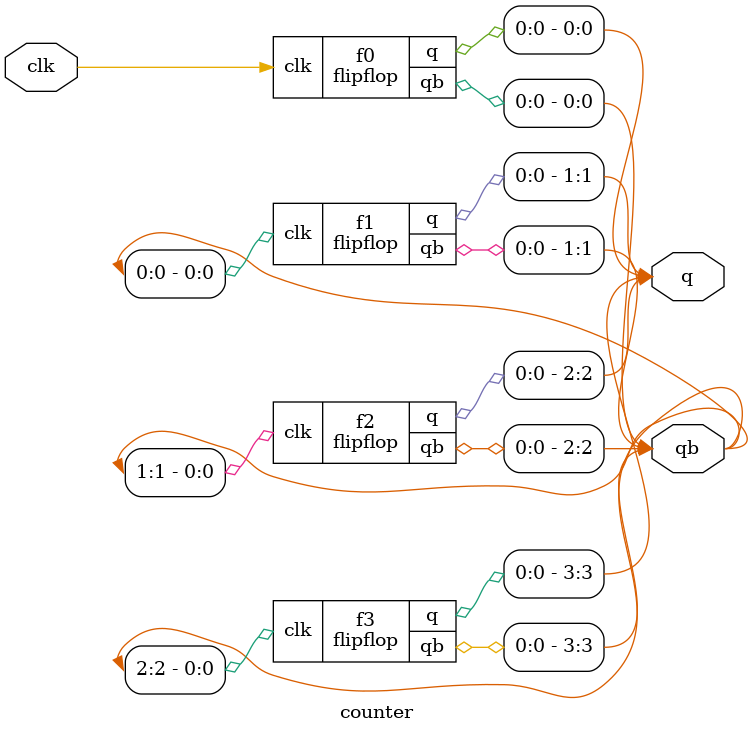
<source format=sv>
module flipflop (clk,q,qb);
  input clk;
  output reg q = 0,qb;
  always @(negedge clk) begin 
    q<=~q; qb<=~q;
  end
endmodule

module counter(clk,q,qb);
  input clk;
  output [3:0] q,qb;
  wire a,b;
  flipflop f0 (clk,q[0],qb[0]);
  flipflop f1 (qb[0],q[1],qb[1]);
  flipflop f2 (qb[1],q[2],qb[2]);
  flipflop f3 (qb[2],q[3],qb[3]);
endmodule
  

</source>
